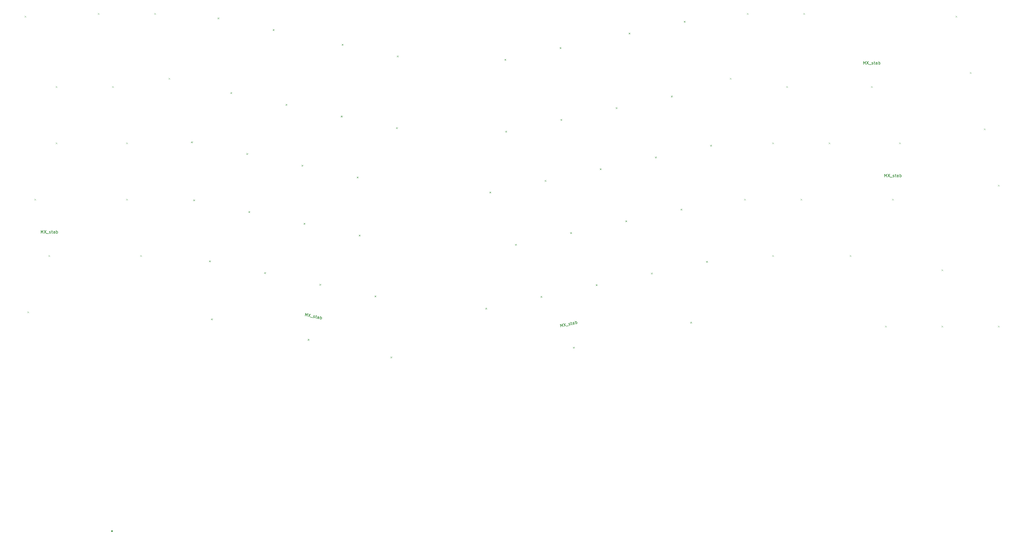
<source format=gbr>
%TF.GenerationSoftware,KiCad,Pcbnew,8.0.1*%
%TF.CreationDate,2024-04-11T15:05:29-07:00*%
%TF.ProjectId,Erebus,45726562-7573-42e6-9b69-6361645f7063,rev?*%
%TF.SameCoordinates,Original*%
%TF.FileFunction,Other,Comment*%
%FSLAX46Y46*%
G04 Gerber Fmt 4.6, Leading zero omitted, Abs format (unit mm)*
G04 Created by KiCad (PCBNEW 8.0.1) date 2024-04-11 15:05:29*
%MOMM*%
%LPD*%
G01*
G04 APERTURE LIST*
%ADD10C,0.150000*%
%ADD11C,0.300000*%
%ADD12C,0.100000*%
G04 APERTURE END LIST*
D10*
X240769254Y-184932359D02*
X240977166Y-183954211D01*
X240977166Y-183954211D02*
X241154707Y-184722192D01*
X241154707Y-184722192D02*
X241629264Y-184092819D01*
X241629264Y-184092819D02*
X241421352Y-185070967D01*
X242001892Y-184172024D02*
X242446078Y-185288779D01*
X242653990Y-184310631D02*
X241793980Y-185150171D01*
X242566013Y-185411638D02*
X243311268Y-185570047D01*
X243527284Y-185469913D02*
X243610540Y-185536293D01*
X243610540Y-185536293D02*
X243796854Y-185575895D01*
X243796854Y-185575895D02*
X243899911Y-185549118D01*
X243899911Y-185549118D02*
X243966291Y-185465862D01*
X243966291Y-185465862D02*
X243976192Y-185419283D01*
X243976192Y-185419283D02*
X243949414Y-185316226D01*
X243949414Y-185316226D02*
X243866158Y-185249846D01*
X243866158Y-185249846D02*
X243726422Y-185220144D01*
X243726422Y-185220144D02*
X243643166Y-185153765D01*
X243643166Y-185153765D02*
X243616389Y-185050707D01*
X243616389Y-185050707D02*
X243626289Y-185004129D01*
X243626289Y-185004129D02*
X243692669Y-184920872D01*
X243692669Y-184920872D02*
X243795726Y-184894095D01*
X243795726Y-184894095D02*
X243935462Y-184923797D01*
X243935462Y-184923797D02*
X244018718Y-184990176D01*
X244354668Y-185012902D02*
X244727296Y-185092106D01*
X244563707Y-184716554D02*
X244385497Y-185554967D01*
X244385497Y-185554967D02*
X244412275Y-185658024D01*
X244412275Y-185658024D02*
X244495531Y-185724404D01*
X244495531Y-185724404D02*
X244588688Y-185744205D01*
X245333944Y-185902614D02*
X245442850Y-185390251D01*
X245442850Y-185390251D02*
X245416072Y-185287193D01*
X245416072Y-185287193D02*
X245332816Y-185220814D01*
X245332816Y-185220814D02*
X245146502Y-185181211D01*
X245146502Y-185181211D02*
X245043445Y-185207989D01*
X245343844Y-185856035D02*
X245240787Y-185882813D01*
X245240787Y-185882813D02*
X245007894Y-185833310D01*
X245007894Y-185833310D02*
X244924638Y-185766930D01*
X244924638Y-185766930D02*
X244897861Y-185663873D01*
X244897861Y-185663873D02*
X244917662Y-185570716D01*
X244917662Y-185570716D02*
X244984041Y-185487459D01*
X244984041Y-185487459D02*
X245087099Y-185460682D01*
X245087099Y-185460682D02*
X245319991Y-185510185D01*
X245319991Y-185510185D02*
X245423049Y-185483408D01*
X245799728Y-186001619D02*
X246007640Y-185023472D01*
X245928436Y-185396099D02*
X246031493Y-185369322D01*
X246031493Y-185369322D02*
X246217807Y-185408924D01*
X246217807Y-185408924D02*
X246301063Y-185475304D01*
X246301063Y-185475304D02*
X246337741Y-185531783D01*
X246337741Y-185531783D02*
X246364518Y-185634840D01*
X246364518Y-185634840D02*
X246305115Y-185914311D01*
X246305115Y-185914311D02*
X246238736Y-185997567D01*
X246238736Y-185997567D02*
X246182257Y-186034245D01*
X246182257Y-186034245D02*
X246079199Y-186061023D01*
X246079199Y-186061023D02*
X245892885Y-186021420D01*
X245892885Y-186021420D02*
X245809629Y-185955041D01*
X429266343Y-99868381D02*
X429266343Y-98868381D01*
X429266343Y-98868381D02*
X429599676Y-99582666D01*
X429599676Y-99582666D02*
X429933009Y-98868381D01*
X429933009Y-98868381D02*
X429933009Y-99868381D01*
X430313962Y-98868381D02*
X430980628Y-99868381D01*
X430980628Y-98868381D02*
X430313962Y-99868381D01*
X431123486Y-99963619D02*
X431885390Y-99963619D01*
X432075867Y-99820762D02*
X432171105Y-99868381D01*
X432171105Y-99868381D02*
X432361581Y-99868381D01*
X432361581Y-99868381D02*
X432456819Y-99820762D01*
X432456819Y-99820762D02*
X432504438Y-99725523D01*
X432504438Y-99725523D02*
X432504438Y-99677904D01*
X432504438Y-99677904D02*
X432456819Y-99582666D01*
X432456819Y-99582666D02*
X432361581Y-99535047D01*
X432361581Y-99535047D02*
X432218724Y-99535047D01*
X432218724Y-99535047D02*
X432123486Y-99487428D01*
X432123486Y-99487428D02*
X432075867Y-99392190D01*
X432075867Y-99392190D02*
X432075867Y-99344571D01*
X432075867Y-99344571D02*
X432123486Y-99249333D01*
X432123486Y-99249333D02*
X432218724Y-99201714D01*
X432218724Y-99201714D02*
X432361581Y-99201714D01*
X432361581Y-99201714D02*
X432456819Y-99249333D01*
X432790153Y-99201714D02*
X433171105Y-99201714D01*
X432933010Y-98868381D02*
X432933010Y-99725523D01*
X432933010Y-99725523D02*
X432980629Y-99820762D01*
X432980629Y-99820762D02*
X433075867Y-99868381D01*
X433075867Y-99868381D02*
X433171105Y-99868381D01*
X433933010Y-99868381D02*
X433933010Y-99344571D01*
X433933010Y-99344571D02*
X433885391Y-99249333D01*
X433885391Y-99249333D02*
X433790153Y-99201714D01*
X433790153Y-99201714D02*
X433599677Y-99201714D01*
X433599677Y-99201714D02*
X433504439Y-99249333D01*
X433933010Y-99820762D02*
X433837772Y-99868381D01*
X433837772Y-99868381D02*
X433599677Y-99868381D01*
X433599677Y-99868381D02*
X433504439Y-99820762D01*
X433504439Y-99820762D02*
X433456820Y-99725523D01*
X433456820Y-99725523D02*
X433456820Y-99630285D01*
X433456820Y-99630285D02*
X433504439Y-99535047D01*
X433504439Y-99535047D02*
X433599677Y-99487428D01*
X433599677Y-99487428D02*
X433837772Y-99487428D01*
X433837772Y-99487428D02*
X433933010Y-99439809D01*
X434409201Y-99868381D02*
X434409201Y-98868381D01*
X434409201Y-99249333D02*
X434504439Y-99201714D01*
X434504439Y-99201714D02*
X434694915Y-99201714D01*
X434694915Y-99201714D02*
X434790153Y-99249333D01*
X434790153Y-99249333D02*
X434837772Y-99296952D01*
X434837772Y-99296952D02*
X434885391Y-99392190D01*
X434885391Y-99392190D02*
X434885391Y-99677904D01*
X434885391Y-99677904D02*
X434837772Y-99773142D01*
X434837772Y-99773142D02*
X434790153Y-99820762D01*
X434790153Y-99820762D02*
X434694915Y-99868381D01*
X434694915Y-99868381D02*
X434504439Y-99868381D01*
X434504439Y-99868381D02*
X434409201Y-99820762D01*
X436410093Y-137968381D02*
X436410093Y-136968381D01*
X436410093Y-136968381D02*
X436743426Y-137682666D01*
X436743426Y-137682666D02*
X437076759Y-136968381D01*
X437076759Y-136968381D02*
X437076759Y-137968381D01*
X437457712Y-136968381D02*
X438124378Y-137968381D01*
X438124378Y-136968381D02*
X437457712Y-137968381D01*
X438267236Y-138063619D02*
X439029140Y-138063619D01*
X439219617Y-137920762D02*
X439314855Y-137968381D01*
X439314855Y-137968381D02*
X439505331Y-137968381D01*
X439505331Y-137968381D02*
X439600569Y-137920762D01*
X439600569Y-137920762D02*
X439648188Y-137825523D01*
X439648188Y-137825523D02*
X439648188Y-137777904D01*
X439648188Y-137777904D02*
X439600569Y-137682666D01*
X439600569Y-137682666D02*
X439505331Y-137635047D01*
X439505331Y-137635047D02*
X439362474Y-137635047D01*
X439362474Y-137635047D02*
X439267236Y-137587428D01*
X439267236Y-137587428D02*
X439219617Y-137492190D01*
X439219617Y-137492190D02*
X439219617Y-137444571D01*
X439219617Y-137444571D02*
X439267236Y-137349333D01*
X439267236Y-137349333D02*
X439362474Y-137301714D01*
X439362474Y-137301714D02*
X439505331Y-137301714D01*
X439505331Y-137301714D02*
X439600569Y-137349333D01*
X439933903Y-137301714D02*
X440314855Y-137301714D01*
X440076760Y-136968381D02*
X440076760Y-137825523D01*
X440076760Y-137825523D02*
X440124379Y-137920762D01*
X440124379Y-137920762D02*
X440219617Y-137968381D01*
X440219617Y-137968381D02*
X440314855Y-137968381D01*
X441076760Y-137968381D02*
X441076760Y-137444571D01*
X441076760Y-137444571D02*
X441029141Y-137349333D01*
X441029141Y-137349333D02*
X440933903Y-137301714D01*
X440933903Y-137301714D02*
X440743427Y-137301714D01*
X440743427Y-137301714D02*
X440648189Y-137349333D01*
X441076760Y-137920762D02*
X440981522Y-137968381D01*
X440981522Y-137968381D02*
X440743427Y-137968381D01*
X440743427Y-137968381D02*
X440648189Y-137920762D01*
X440648189Y-137920762D02*
X440600570Y-137825523D01*
X440600570Y-137825523D02*
X440600570Y-137730285D01*
X440600570Y-137730285D02*
X440648189Y-137635047D01*
X440648189Y-137635047D02*
X440743427Y-137587428D01*
X440743427Y-137587428D02*
X440981522Y-137587428D01*
X440981522Y-137587428D02*
X441076760Y-137539809D01*
X441552951Y-137968381D02*
X441552951Y-136968381D01*
X441552951Y-137349333D02*
X441648189Y-137301714D01*
X441648189Y-137301714D02*
X441838665Y-137301714D01*
X441838665Y-137301714D02*
X441933903Y-137349333D01*
X441933903Y-137349333D02*
X441981522Y-137396952D01*
X441981522Y-137396952D02*
X442029141Y-137492190D01*
X442029141Y-137492190D02*
X442029141Y-137777904D01*
X442029141Y-137777904D02*
X441981522Y-137873142D01*
X441981522Y-137873142D02*
X441933903Y-137920762D01*
X441933903Y-137920762D02*
X441838665Y-137968381D01*
X441838665Y-137968381D02*
X441648189Y-137968381D01*
X441648189Y-137968381D02*
X441552951Y-137920762D01*
X327121140Y-188718630D02*
X326913229Y-187740483D01*
X326913229Y-187740483D02*
X327387786Y-188369856D01*
X327387786Y-188369856D02*
X327565327Y-187601875D01*
X327565327Y-187601875D02*
X327773239Y-188580023D01*
X327937955Y-187522671D02*
X328797965Y-188362210D01*
X328590053Y-187384063D02*
X328145866Y-188500818D01*
X328957501Y-188425666D02*
X329702757Y-188267257D01*
X329859369Y-188087919D02*
X329962427Y-188114696D01*
X329962427Y-188114696D02*
X330148740Y-188075094D01*
X330148740Y-188075094D02*
X330231997Y-188008715D01*
X330231997Y-188008715D02*
X330258774Y-187905657D01*
X330258774Y-187905657D02*
X330248873Y-187859079D01*
X330248873Y-187859079D02*
X330182494Y-187775822D01*
X330182494Y-187775822D02*
X330079436Y-187749045D01*
X330079436Y-187749045D02*
X329939701Y-187778747D01*
X329939701Y-187778747D02*
X329836644Y-187751969D01*
X329836644Y-187751969D02*
X329770264Y-187668713D01*
X329770264Y-187668713D02*
X329760363Y-187622134D01*
X329760363Y-187622134D02*
X329787141Y-187519077D01*
X329787141Y-187519077D02*
X329870397Y-187452697D01*
X329870397Y-187452697D02*
X330010133Y-187422996D01*
X330010133Y-187422996D02*
X330113190Y-187449773D01*
X330429339Y-187333891D02*
X330801967Y-187254686D01*
X330499770Y-186978140D02*
X330677980Y-187816552D01*
X330677980Y-187816552D02*
X330744360Y-187899808D01*
X330744360Y-187899808D02*
X330847417Y-187926586D01*
X330847417Y-187926586D02*
X330940574Y-187906785D01*
X331685830Y-187748376D02*
X331576924Y-187236013D01*
X331576924Y-187236013D02*
X331510544Y-187152756D01*
X331510544Y-187152756D02*
X331407487Y-187125979D01*
X331407487Y-187125979D02*
X331221173Y-187165581D01*
X331221173Y-187165581D02*
X331137917Y-187231961D01*
X331675929Y-187701797D02*
X331592673Y-187768177D01*
X331592673Y-187768177D02*
X331359781Y-187817680D01*
X331359781Y-187817680D02*
X331256723Y-187790902D01*
X331256723Y-187790902D02*
X331190344Y-187707646D01*
X331190344Y-187707646D02*
X331170543Y-187614489D01*
X331170543Y-187614489D02*
X331197320Y-187511431D01*
X331197320Y-187511431D02*
X331280576Y-187445052D01*
X331280576Y-187445052D02*
X331513469Y-187395549D01*
X331513469Y-187395549D02*
X331596725Y-187329169D01*
X332151615Y-187649370D02*
X331943703Y-186671222D01*
X332022907Y-187043850D02*
X332106164Y-186977471D01*
X332106164Y-186977471D02*
X332292478Y-186937868D01*
X332292478Y-186937868D02*
X332395535Y-186964646D01*
X332395535Y-186964646D02*
X332452014Y-187001324D01*
X332452014Y-187001324D02*
X332518394Y-187084580D01*
X332518394Y-187084580D02*
X332577797Y-187364051D01*
X332577797Y-187364051D02*
X332551020Y-187467108D01*
X332551020Y-187467108D02*
X332514342Y-187523587D01*
X332514342Y-187523587D02*
X332431085Y-187589967D01*
X332431085Y-187589967D02*
X332244772Y-187629569D01*
X332244772Y-187629569D02*
X332141714Y-187602792D01*
X151612593Y-157018381D02*
X151612593Y-156018381D01*
X151612593Y-156018381D02*
X151945926Y-156732666D01*
X151945926Y-156732666D02*
X152279259Y-156018381D01*
X152279259Y-156018381D02*
X152279259Y-157018381D01*
X152660212Y-156018381D02*
X153326878Y-157018381D01*
X153326878Y-156018381D02*
X152660212Y-157018381D01*
X153469736Y-157113619D02*
X154231640Y-157113619D01*
X154422117Y-156970762D02*
X154517355Y-157018381D01*
X154517355Y-157018381D02*
X154707831Y-157018381D01*
X154707831Y-157018381D02*
X154803069Y-156970762D01*
X154803069Y-156970762D02*
X154850688Y-156875523D01*
X154850688Y-156875523D02*
X154850688Y-156827904D01*
X154850688Y-156827904D02*
X154803069Y-156732666D01*
X154803069Y-156732666D02*
X154707831Y-156685047D01*
X154707831Y-156685047D02*
X154564974Y-156685047D01*
X154564974Y-156685047D02*
X154469736Y-156637428D01*
X154469736Y-156637428D02*
X154422117Y-156542190D01*
X154422117Y-156542190D02*
X154422117Y-156494571D01*
X154422117Y-156494571D02*
X154469736Y-156399333D01*
X154469736Y-156399333D02*
X154564974Y-156351714D01*
X154564974Y-156351714D02*
X154707831Y-156351714D01*
X154707831Y-156351714D02*
X154803069Y-156399333D01*
X155136403Y-156351714D02*
X155517355Y-156351714D01*
X155279260Y-156018381D02*
X155279260Y-156875523D01*
X155279260Y-156875523D02*
X155326879Y-156970762D01*
X155326879Y-156970762D02*
X155422117Y-157018381D01*
X155422117Y-157018381D02*
X155517355Y-157018381D01*
X156279260Y-157018381D02*
X156279260Y-156494571D01*
X156279260Y-156494571D02*
X156231641Y-156399333D01*
X156231641Y-156399333D02*
X156136403Y-156351714D01*
X156136403Y-156351714D02*
X155945927Y-156351714D01*
X155945927Y-156351714D02*
X155850689Y-156399333D01*
X156279260Y-156970762D02*
X156184022Y-157018381D01*
X156184022Y-157018381D02*
X155945927Y-157018381D01*
X155945927Y-157018381D02*
X155850689Y-156970762D01*
X155850689Y-156970762D02*
X155803070Y-156875523D01*
X155803070Y-156875523D02*
X155803070Y-156780285D01*
X155803070Y-156780285D02*
X155850689Y-156685047D01*
X155850689Y-156685047D02*
X155945927Y-156637428D01*
X155945927Y-156637428D02*
X156184022Y-156637428D01*
X156184022Y-156637428D02*
X156279260Y-156589809D01*
X156755451Y-157018381D02*
X156755451Y-156018381D01*
X156755451Y-156399333D02*
X156850689Y-156351714D01*
X156850689Y-156351714D02*
X157041165Y-156351714D01*
X157041165Y-156351714D02*
X157136403Y-156399333D01*
X157136403Y-156399333D02*
X157184022Y-156446952D01*
X157184022Y-156446952D02*
X157231641Y-156542190D01*
X157231641Y-156542190D02*
X157231641Y-156827904D01*
X157231641Y-156827904D02*
X157184022Y-156923142D01*
X157184022Y-156923142D02*
X157136403Y-156970762D01*
X157136403Y-156970762D02*
X157041165Y-157018381D01*
X157041165Y-157018381D02*
X156850689Y-157018381D01*
X156850689Y-157018381D02*
X156755451Y-156970762D01*
D11*
%TO.C,U9*%
X175719900Y-257749600D02*
G75*
G02*
X175419900Y-257749600I-150000J0D01*
G01*
X175419900Y-257749600D02*
G75*
G02*
X175719900Y-257749600I150000J0D01*
G01*
D12*
%TO.C,SW62*%
X227421397Y-170723876D02*
X227030117Y-170121358D01*
X227527016Y-170226977D02*
X226924498Y-170618257D01*
%TO.C,SW65*%
X302054893Y-182155968D02*
X301663613Y-182758486D01*
X302160512Y-182652867D02*
X301557994Y-182261587D01*
%TO.C,SW45*%
X149889808Y-145387562D02*
X149381808Y-145895562D01*
X149889808Y-145895562D02*
X149381808Y-145387562D01*
%TO.C,SW55*%
X389443558Y-145387562D02*
X388935558Y-145895562D01*
X389443558Y-145895562D02*
X388935558Y-145387562D01*
%TO.C,SW56*%
X408493558Y-145387562D02*
X407985558Y-145895562D01*
X408493558Y-145895562D02*
X407985558Y-145387562D01*
%TO.C,SW52*%
X330703171Y-156591001D02*
X330311891Y-157193519D01*
X330808790Y-157087900D02*
X330206272Y-156696620D01*
%TO.C,SW74*%
X209485396Y-186387049D02*
X209094116Y-185784531D01*
X209591015Y-185890150D02*
X208988497Y-186281430D01*
%TO.C,SW39*%
X359351449Y-131026033D02*
X358960169Y-131628551D01*
X359457068Y-131522932D02*
X358854550Y-131131652D01*
%TO.C,SW26*%
X384681058Y-104430062D02*
X384173058Y-104938062D01*
X384681058Y-104938062D02*
X384173058Y-104430062D01*
%TO.C,SW58*%
X475168558Y-140625062D02*
X474660558Y-141133062D01*
X475168558Y-141133062D02*
X474660558Y-140625062D01*
%TO.C,SW9*%
X327147695Y-94051078D02*
X326756415Y-94653596D01*
X327253314Y-94547977D02*
X326650796Y-94156697D01*
%TO.C,SW80*%
X456118558Y-188250062D02*
X455610558Y-188758062D01*
X456118558Y-188758062D02*
X455610558Y-188250062D01*
%TO.C,SW76*%
X270044959Y-199259382D02*
X269653679Y-198656864D01*
X270150578Y-198762483D02*
X269548060Y-199153763D01*
%TO.C,SW63*%
X246055109Y-174684593D02*
X245663829Y-174082075D01*
X246160728Y-174187694D02*
X245558210Y-174578974D01*
%TO.C,SW75*%
X242094391Y-193318305D02*
X241703111Y-192715787D01*
X242200010Y-192821406D02*
X241597492Y-193212686D01*
%TO.C,SW79*%
X437068558Y-188250062D02*
X436560558Y-188758062D01*
X437068558Y-188758062D02*
X436560558Y-188250062D01*
%TO.C,SW51*%
X312069460Y-160551718D02*
X311678180Y-161154236D01*
X312175079Y-161048617D02*
X311572561Y-160657337D01*
%TO.C,SW7*%
X272205015Y-97471677D02*
X271813735Y-96869159D01*
X272310634Y-96974778D02*
X271708116Y-97366058D01*
%TO.C,SW64*%
X264688821Y-178645311D02*
X264297541Y-178042793D01*
X264794440Y-178148412D02*
X264191922Y-178539692D01*
%TO.C,SW19*%
X234645122Y-113832561D02*
X234253842Y-113230043D01*
X234750741Y-113335662D02*
X234148223Y-113726942D01*
%TO.C,SW46*%
X180846058Y-145387562D02*
X180338058Y-145895562D01*
X180846058Y-145895562D02*
X180338058Y-145387562D01*
%TO.C,SW3*%
X190371058Y-82522562D02*
X189863058Y-83030562D01*
X190371058Y-83030562D02*
X189863058Y-82522562D01*
%TO.C,SW23*%
X327440164Y-118333398D02*
X327048884Y-118935916D01*
X327545783Y-118830297D02*
X326943265Y-118439017D01*
%TO.C,SW6*%
X253571303Y-93510959D02*
X253180023Y-92908441D01*
X253676922Y-93014060D02*
X253074404Y-93405340D01*
%TO.C,SW73*%
X147508558Y-183487562D02*
X147000558Y-183995562D01*
X147508558Y-183995562D02*
X147000558Y-183487562D01*
%TO.C,SW11*%
X369073546Y-85139464D02*
X368682266Y-85741982D01*
X369179165Y-85636363D02*
X368576647Y-85245083D01*
%TO.C,SW47*%
X203431547Y-146149087D02*
X203040267Y-145546569D01*
X203537166Y-145652188D02*
X202934648Y-146043468D01*
%TO.C,SW35*%
X258634972Y-138407349D02*
X258243692Y-137804831D01*
X258740591Y-137910450D02*
X258138073Y-138301730D01*
%TO.C,SW5*%
X230279164Y-88560062D02*
X229887884Y-87957544D01*
X230384783Y-88063163D02*
X229782265Y-88454443D01*
%TO.C,SW72*%
X456118558Y-169200062D02*
X455610558Y-169708062D01*
X456118558Y-169708062D02*
X455610558Y-169200062D01*
%TO.C,SW17*%
X195133558Y-104430062D02*
X194625558Y-104938062D01*
X195133558Y-104938062D02*
X194625558Y-104430062D01*
%TO.C,SW29*%
X465643558Y-102525062D02*
X465135558Y-103033062D01*
X465643558Y-103033062D02*
X465135558Y-102525062D01*
%TO.C,SW68*%
X357956029Y-170273815D02*
X357564749Y-170876333D01*
X358061648Y-170770714D02*
X357459130Y-170379434D01*
%TO.C,SW22*%
X308806452Y-122294115D02*
X308415172Y-122896633D01*
X308912071Y-122791014D02*
X308309553Y-122399734D01*
%TO.C,SW13*%
X409446058Y-82522562D02*
X408938058Y-83030562D01*
X409446058Y-83030562D02*
X408938058Y-82522562D01*
%TO.C,SW28*%
X432306058Y-107287562D02*
X431798058Y-107795562D01*
X432306058Y-107795562D02*
X431798058Y-107287562D01*
%TO.C,SW2*%
X171321058Y-82522562D02*
X170813058Y-83030562D01*
X171321058Y-83030562D02*
X170813058Y-82522562D01*
%TO.C,SW57*%
X439449808Y-145387562D02*
X438941808Y-145895562D01*
X439449808Y-145895562D02*
X438941808Y-145387562D01*
%TO.C,SW1*%
X146556058Y-83475062D02*
X146048058Y-83983062D01*
X146556058Y-83983062D02*
X146048058Y-83475062D01*
%TO.C,SW36*%
X303450314Y-142908186D02*
X303059034Y-143510704D01*
X303555933Y-143405085D02*
X302953415Y-143013805D01*
%TO.C,SW49*%
X240698971Y-154070523D02*
X240307691Y-153468005D01*
X240804590Y-153573624D02*
X240202072Y-153964904D01*
%TO.C,SW14*%
X460881058Y-83475062D02*
X460373058Y-83983062D01*
X460881058Y-83983062D02*
X460373058Y-83475062D01*
%TO.C,SW77*%
X331636965Y-195343693D02*
X331245685Y-195946211D01*
X331742584Y-195840592D02*
X331140066Y-195449312D01*
%TO.C,SW67*%
X339322317Y-174234533D02*
X338931037Y-174837051D01*
X339427936Y-174731432D02*
X338825418Y-174340152D01*
%TO.C,SW18*%
X216011411Y-109871843D02*
X215620131Y-109269325D01*
X216117030Y-109374944D02*
X215514512Y-109766224D01*
%TO.C,SW53*%
X349336883Y-152630283D02*
X348945603Y-153232801D01*
X349442502Y-153127182D02*
X348839984Y-152735902D01*
%TO.C,SW33*%
X221367549Y-130485914D02*
X220976269Y-129883396D01*
X221473168Y-129989015D02*
X220870650Y-130380295D01*
%TO.C,SW69*%
X376589741Y-166313098D02*
X376198461Y-166915616D01*
X376695360Y-166809997D02*
X376092842Y-166418717D01*
%TO.C,SW71*%
X425162308Y-164437562D02*
X424654308Y-164945562D01*
X425162308Y-164945562D02*
X424654308Y-164437562D01*
%TO.C,SW81*%
X475168558Y-188250062D02*
X474660558Y-188758062D01*
X475168558Y-188758062D02*
X474660558Y-188250062D01*
%TO.C,SW25*%
X364707588Y-110411962D02*
X364316308Y-111014480D01*
X364813207Y-110908861D02*
X364210689Y-110517581D01*
%TO.C,SW54*%
X367970595Y-148669565D02*
X367579315Y-149272083D01*
X368076214Y-149166464D02*
X367473696Y-148775184D01*
%TO.C,SW59*%
X154652308Y-164437562D02*
X154144308Y-164945562D01*
X154652308Y-164945562D02*
X154144308Y-164437562D01*
%TO.C,SW44*%
X470406058Y-121575062D02*
X469898058Y-122083062D01*
X470406058Y-122083062D02*
X469898058Y-121575062D01*
%TO.C,SW70*%
X398968558Y-164437562D02*
X398460558Y-164945562D01*
X398968558Y-164945562D02*
X398460558Y-164437562D01*
%TO.C,SW48*%
X222065259Y-150109805D02*
X221673979Y-149507287D01*
X222170878Y-149612906D02*
X221568360Y-150004186D01*
%TO.C,SW12*%
X390396058Y-82522562D02*
X389888058Y-83030562D01*
X390396058Y-83030562D02*
X389888058Y-82522562D01*
%TO.C,SW43*%
X441831058Y-126337562D02*
X441323058Y-126845562D01*
X441831058Y-126845562D02*
X441323058Y-126337562D01*
%TO.C,SW21*%
X271912546Y-121753996D02*
X271521266Y-121151478D01*
X272018165Y-121257097D02*
X271415647Y-121648377D01*
%TO.C,SW38*%
X340717738Y-134986751D02*
X340326458Y-135589269D01*
X340823357Y-135483650D02*
X340220839Y-135092370D01*
%TO.C,SW50*%
X259332683Y-158031240D02*
X258941403Y-157428722D01*
X259438302Y-157534341D02*
X258835784Y-157925621D01*
%TO.C,SW10*%
X350439834Y-89100181D02*
X350048554Y-89702699D01*
X350545453Y-89597080D02*
X349942935Y-89205800D01*
%TO.C,SW20*%
X253278834Y-117793278D02*
X252887554Y-117190760D01*
X253384453Y-117296379D02*
X252781935Y-117687659D01*
%TO.C,SW27*%
X403731058Y-107287562D02*
X403223058Y-107795562D01*
X403731058Y-107795562D02*
X403223058Y-107287562D01*
%TO.C,SW31*%
X180846058Y-126337562D02*
X180338058Y-126845562D01*
X180846058Y-126845562D02*
X180338058Y-126337562D01*
%TO.C,SW15*%
X157033558Y-107287562D02*
X156525558Y-107795562D01*
X157033558Y-107795562D02*
X156525558Y-107287562D01*
%TO.C,SW40*%
X377985161Y-127065315D02*
X377593881Y-127667833D01*
X378090780Y-127562214D02*
X377488262Y-127170934D01*
%TO.C,SW61*%
X208787685Y-166763158D02*
X208396405Y-166160640D01*
X208893304Y-166266259D02*
X208290786Y-166657539D01*
%TO.C,SW42*%
X418018558Y-126337562D02*
X417510558Y-126845562D01*
X418018558Y-126845562D02*
X417510558Y-126337562D01*
%TO.C,SW32*%
X202733837Y-126525196D02*
X202342557Y-125922678D01*
X202839456Y-126028297D02*
X202236938Y-126419577D01*
%TO.C,SW66*%
X320688605Y-178195251D02*
X320297325Y-178797769D01*
X320794224Y-178692150D02*
X320191706Y-178300870D01*
%TO.C,SW37*%
X322084026Y-138947468D02*
X321692746Y-139549986D01*
X322189645Y-139444367D02*
X321587127Y-139053087D01*
%TO.C,SW41*%
X398968558Y-126337562D02*
X398460558Y-126845562D01*
X398968558Y-126845562D02*
X398460558Y-126337562D01*
%TO.C,SW60*%
X185608558Y-164437562D02*
X185100558Y-164945562D01*
X185608558Y-164945562D02*
X185100558Y-164437562D01*
%TO.C,SW24*%
X346073876Y-114372680D02*
X345682596Y-114975198D01*
X346179495Y-114869579D02*
X345576977Y-114478299D01*
%TO.C,SW34*%
X240001261Y-134446631D02*
X239609981Y-133844113D01*
X240106880Y-133949732D02*
X239504362Y-134341012D01*
%TO.C,SW78*%
X371233602Y-186927168D02*
X370842322Y-187529686D01*
X371339221Y-187424067D02*
X370736703Y-187032787D01*
%TO.C,SW8*%
X308513983Y-98011796D02*
X308122703Y-98614314D01*
X308619602Y-98508695D02*
X308017084Y-98117415D01*
%TO.C,SW16*%
X176083558Y-107287562D02*
X175575558Y-107795562D01*
X176083558Y-107795562D02*
X175575558Y-107287562D01*
%TO.C,SW30*%
X157033558Y-126337562D02*
X156525558Y-126845562D01*
X157033558Y-126845562D02*
X156525558Y-126337562D01*
%TO.C,SW4*%
X211645452Y-84599344D02*
X211254172Y-83996826D01*
X211751071Y-84102445D02*
X211148553Y-84493725D01*
%TD*%
M02*

</source>
